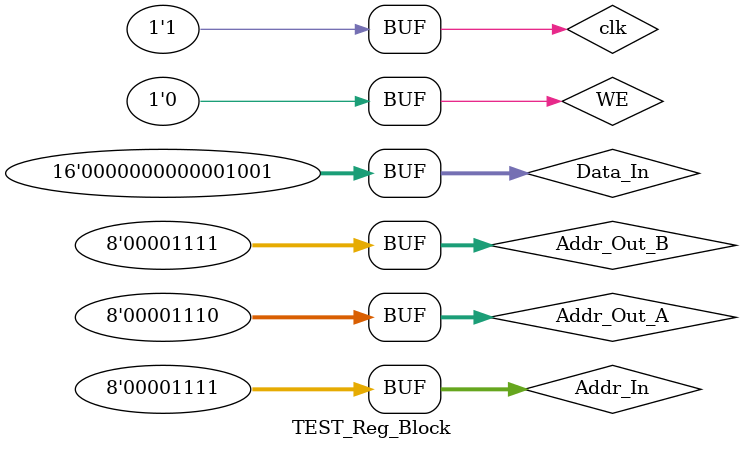
<source format=v>
`timescale 1ns / 1ps


module TEST_Reg_Block;

	// Inputs
	reg [7:0] Addr_Out_A;
	reg [7:0] Addr_Out_B;
	reg [7:0] Addr_In;
	reg [15:0] Data_In;
	reg WE;
	reg clk;

	// Outputs
	wire [15:0] Data_Out_A;
	wire [15:0] Data_Out_B;

	// Instantiate the Unit Under Test (UUT)
	Reg_Block uut (
		.Addr_Out_A(Addr_Out_A), 
		.Addr_Out_B(Addr_Out_B), 
		.Addr_In(Addr_In), 
		.Data_In(Data_In), 
		.WE(WE), 
		.Data_Out_A(Data_Out_A), 
		.Data_Out_B(Data_Out_B), 
		.clk(clk)
	);

	initial begin
		// Initialize Inputs
		Addr_Out_A = 0;
		Addr_Out_B = 0;
		Addr_In = 0;
		Data_In = 0;
		WE = 0;
		clk = 0;
		

		Data_In = 16'd4;
		Addr_In = 16'd10;
		WE = 1;
		#100;
      clk = 0; 
		#100;
		clk = 1;
		
		Data_In = 16'd5;
		Addr_In = 16'd11;
		WE = 1;
		#100;
      clk = 0; 
		#100;
		clk = 1;
		
		Data_In = 16'd6;
		Addr_In = 16'd12;
		WE = 0;
		#100;
      clk = 0; 
		#100;
		clk = 1;
		
		Data_In = 16'd7;
		Addr_In = 16'd13;
		WE = 0;
		#100;
      clk = 0; 
		#100;
		clk = 1;
		
		Data_In = 16'd8;
		Addr_In = 16'd14;
		WE = 1;
		#100;
      clk = 0; 
		#100;
		clk = 1;
		
		Data_In = 16'd9;
		Addr_In = 16'd15;
		WE = 1;
		#100;
      clk = 0; 
		#100;
		clk = 1;
		WE = 0;
		
		Addr_Out_A = 16'd10;
		Addr_Out_B = 16'd11;
		#100;
      clk = 0; 
		#100;
		clk = 1;
		Addr_Out_A = 16'd12;
		Addr_Out_B = 16'd13;
		#100;
      clk = 0; 
		#100;
		clk = 1;
		Addr_Out_A = 16'd14;
		Addr_Out_B = 16'd15;
		#100;
      clk = 0; 
		#100;
		clk = 1;	
	end
      
endmodule


</source>
